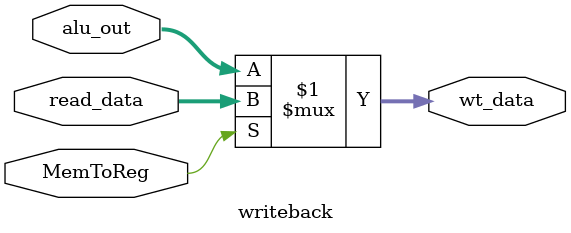
<source format=v>
module writeback(//Inputs
	         input [15:0] read_data, 
	         input [15:0] alu_out,
		 input MemToReg,
                
		 //Outputs
		 output [15:0] wt_data);

assign wt_data =  MemToReg? read_data: alu_out;

endmodule
//////////////////////////////////////////////////////////////////////////////////////////////////////////////////////////////////////////////////////////////////



</source>
